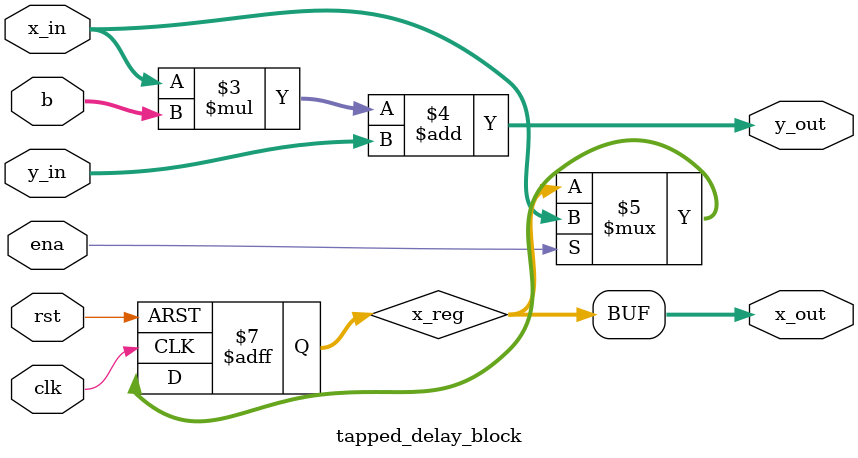
<source format=v>
module tapped_delay_block #(parameter N = 16) (
    input  clk,
    input  rst,
    input  ena,
    input  signed [7:0] b,     // coefficients
    input  signed [N-1:0] x_in,  // input to the delay block
    // input  signed [N-1:0] y_in,  // signal to add to x_in after arithmetic operations
    input  signed [N*2-1:0] y_in,  // signal to add to x_in after arithmetic operations
    output signed [N-1:0] x_out, // delayed x_in 
    // output signed [N-1:0] y_out // signal after arithmetic operations (combinationally driven)
    output signed [N*2-1:0] y_out // signal after arithmetic operations (combinationally driven)

);

reg [N-1:0] x_reg;

always @(posedge clk or negedge rst) begin
    if (~rst)
        x_reg <= 0;
    else if (ena)
        x_reg <= x_in;
end

assign x_out = x_reg;
assign y_out = (x_in * b) + y_in;  // combinational logic where x_in is multiplied by coefficient and added to y_in

endmodule

</source>
